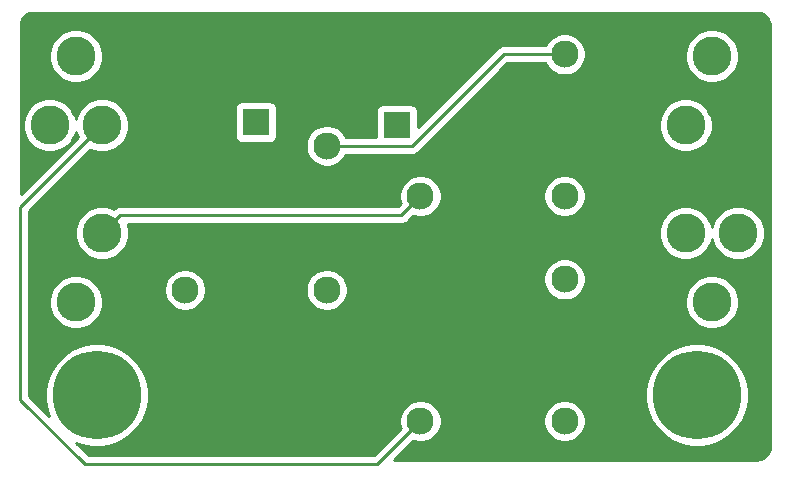
<source format=gbl>
%TF.GenerationSoftware,KiCad,Pcbnew,(5.1.6)-1*%
%TF.CreationDate,2020-12-09T16:37:23-06:00*%
%TF.ProjectId,WiperModule,57697065-724d-46f6-9475-6c652e6b6963,rev?*%
%TF.SameCoordinates,Original*%
%TF.FileFunction,Copper,L2,Bot*%
%TF.FilePolarity,Positive*%
%FSLAX46Y46*%
G04 Gerber Fmt 4.6, Leading zero omitted, Abs format (unit mm)*
G04 Created by KiCad (PCBNEW (5.1.6)-1) date 2020-12-09 16:37:23*
%MOMM*%
%LPD*%
G01*
G04 APERTURE LIST*
%TA.AperFunction,ComponentPad*%
%ADD10C,2.300000*%
%TD*%
%TA.AperFunction,ComponentPad*%
%ADD11R,2.300000X2.300000*%
%TD*%
%TA.AperFunction,WasherPad*%
%ADD12C,3.302000*%
%TD*%
%TA.AperFunction,ComponentPad*%
%ADD13C,3.302000*%
%TD*%
%TA.AperFunction,ComponentPad*%
%ADD14C,7.500000*%
%TD*%
%TA.AperFunction,Conductor*%
%ADD15C,0.250000*%
%TD*%
%TA.AperFunction,Conductor*%
%ADD16C,0.254000*%
%TD*%
G04 APERTURE END LIST*
D10*
X160250000Y-99410000D03*
X160250000Y-111410000D03*
X148050000Y-99410000D03*
X148050000Y-111410000D03*
D11*
X146050000Y-105410000D03*
D10*
X160250000Y-80360000D03*
X160250000Y-92360000D03*
X148050000Y-80360000D03*
X148050000Y-92360000D03*
D11*
X146050000Y-86360000D03*
D10*
X140112000Y-100306000D03*
X128112000Y-100306000D03*
X140112000Y-88106000D03*
X128112000Y-88106000D03*
D11*
X134112000Y-86106000D03*
D12*
X118872000Y-101346000D03*
X118872000Y-80518000D03*
D13*
X121094500Y-86372700D03*
X116649500Y-86372700D03*
X116649500Y-95491300D03*
X121094500Y-95491300D03*
D12*
X172720000Y-80518000D03*
X172720000Y-101346000D03*
D13*
X170497500Y-95491300D03*
X174942500Y-95491300D03*
X174942500Y-86372700D03*
X170497500Y-86372700D03*
D14*
X120650000Y-109220000D03*
X171450000Y-109220000D03*
D15*
X140112000Y-88106000D02*
X140112000Y-87980000D01*
X140112000Y-87980000D02*
X140208000Y-87884000D01*
X140112000Y-88106000D02*
X147352000Y-88106000D01*
X155098000Y-80360000D02*
X160250000Y-80360000D01*
X147352000Y-88106000D02*
X155098000Y-80360000D01*
X148050000Y-92360000D02*
X146430000Y-93980000D01*
X122605800Y-93980000D02*
X121094500Y-95491300D01*
X146430000Y-93980000D02*
X122605800Y-93980000D01*
X114173000Y-93294200D02*
X121094500Y-86372700D01*
X114173000Y-109601000D02*
X114173000Y-93294200D01*
X119634000Y-115062000D02*
X114173000Y-109601000D01*
X148050000Y-111410000D02*
X144398000Y-115062000D01*
X144398000Y-115062000D02*
X119634000Y-115062000D01*
D16*
G36*
X176920765Y-76904388D02*
G01*
X177101260Y-76988555D01*
X177264390Y-77102780D01*
X177405220Y-77243610D01*
X177519445Y-77406740D01*
X177603612Y-77587235D01*
X177655157Y-77779605D01*
X177673000Y-77983548D01*
X177673000Y-113532452D01*
X177655157Y-113736395D01*
X177603612Y-113928765D01*
X177519445Y-114109260D01*
X177405220Y-114272390D01*
X177264390Y-114413220D01*
X177101260Y-114527445D01*
X176920765Y-114611612D01*
X176728395Y-114663157D01*
X176524452Y-114681000D01*
X145853801Y-114681000D01*
X147443819Y-113090982D01*
X147529335Y-113126404D01*
X147874193Y-113195000D01*
X148225807Y-113195000D01*
X148570665Y-113126404D01*
X148895515Y-112991847D01*
X149187871Y-112796500D01*
X149436500Y-112547871D01*
X149631847Y-112255515D01*
X149766404Y-111930665D01*
X149835000Y-111585807D01*
X149835000Y-111234193D01*
X158465000Y-111234193D01*
X158465000Y-111585807D01*
X158533596Y-111930665D01*
X158668153Y-112255515D01*
X158863500Y-112547871D01*
X159112129Y-112796500D01*
X159404485Y-112991847D01*
X159729335Y-113126404D01*
X160074193Y-113195000D01*
X160425807Y-113195000D01*
X160770665Y-113126404D01*
X161095515Y-112991847D01*
X161387871Y-112796500D01*
X161636500Y-112547871D01*
X161831847Y-112255515D01*
X161966404Y-111930665D01*
X162035000Y-111585807D01*
X162035000Y-111234193D01*
X161966404Y-110889335D01*
X161831847Y-110564485D01*
X161636500Y-110272129D01*
X161387871Y-110023500D01*
X161095515Y-109828153D01*
X160770665Y-109693596D01*
X160425807Y-109625000D01*
X160074193Y-109625000D01*
X159729335Y-109693596D01*
X159404485Y-109828153D01*
X159112129Y-110023500D01*
X158863500Y-110272129D01*
X158668153Y-110564485D01*
X158533596Y-110889335D01*
X158465000Y-111234193D01*
X149835000Y-111234193D01*
X149766404Y-110889335D01*
X149631847Y-110564485D01*
X149436500Y-110272129D01*
X149187871Y-110023500D01*
X148895515Y-109828153D01*
X148570665Y-109693596D01*
X148225807Y-109625000D01*
X147874193Y-109625000D01*
X147529335Y-109693596D01*
X147204485Y-109828153D01*
X146912129Y-110023500D01*
X146663500Y-110272129D01*
X146468153Y-110564485D01*
X146333596Y-110889335D01*
X146265000Y-111234193D01*
X146265000Y-111585807D01*
X146333596Y-111930665D01*
X146369018Y-112016181D01*
X144083199Y-114302000D01*
X119948802Y-114302000D01*
X118879886Y-113233084D01*
X119370943Y-113436487D01*
X120218115Y-113605000D01*
X121081885Y-113605000D01*
X121929057Y-113436487D01*
X122727076Y-113105936D01*
X123445274Y-112626052D01*
X124056052Y-112015274D01*
X124535936Y-111297076D01*
X124866487Y-110499057D01*
X125035000Y-109651885D01*
X125035000Y-108788115D01*
X167065000Y-108788115D01*
X167065000Y-109651885D01*
X167233513Y-110499057D01*
X167564064Y-111297076D01*
X168043948Y-112015274D01*
X168654726Y-112626052D01*
X169372924Y-113105936D01*
X170170943Y-113436487D01*
X171018115Y-113605000D01*
X171881885Y-113605000D01*
X172729057Y-113436487D01*
X173527076Y-113105936D01*
X174245274Y-112626052D01*
X174856052Y-112015274D01*
X175335936Y-111297076D01*
X175666487Y-110499057D01*
X175835000Y-109651885D01*
X175835000Y-108788115D01*
X175666487Y-107940943D01*
X175335936Y-107142924D01*
X174856052Y-106424726D01*
X174245274Y-105813948D01*
X173527076Y-105334064D01*
X172729057Y-105003513D01*
X171881885Y-104835000D01*
X171018115Y-104835000D01*
X170170943Y-105003513D01*
X169372924Y-105334064D01*
X168654726Y-105813948D01*
X168043948Y-106424726D01*
X167564064Y-107142924D01*
X167233513Y-107940943D01*
X167065000Y-108788115D01*
X125035000Y-108788115D01*
X124866487Y-107940943D01*
X124535936Y-107142924D01*
X124056052Y-106424726D01*
X123445274Y-105813948D01*
X122727076Y-105334064D01*
X121929057Y-105003513D01*
X121081885Y-104835000D01*
X120218115Y-104835000D01*
X119370943Y-105003513D01*
X118572924Y-105334064D01*
X117854726Y-105813948D01*
X117243948Y-106424726D01*
X116764064Y-107142924D01*
X116433513Y-107940943D01*
X116265000Y-108788115D01*
X116265000Y-109651885D01*
X116433513Y-110499057D01*
X116636916Y-110990115D01*
X114933000Y-109286199D01*
X114933000Y-101120849D01*
X116586000Y-101120849D01*
X116586000Y-101571151D01*
X116673850Y-102012802D01*
X116846173Y-102428827D01*
X117096348Y-102803240D01*
X117414760Y-103121652D01*
X117789173Y-103371827D01*
X118205198Y-103544150D01*
X118646849Y-103632000D01*
X119097151Y-103632000D01*
X119538802Y-103544150D01*
X119954827Y-103371827D01*
X120329240Y-103121652D01*
X120647652Y-102803240D01*
X120897827Y-102428827D01*
X121070150Y-102012802D01*
X121158000Y-101571151D01*
X121158000Y-101120849D01*
X121070150Y-100679198D01*
X120897827Y-100263173D01*
X120808973Y-100130193D01*
X126327000Y-100130193D01*
X126327000Y-100481807D01*
X126395596Y-100826665D01*
X126530153Y-101151515D01*
X126725500Y-101443871D01*
X126974129Y-101692500D01*
X127266485Y-101887847D01*
X127591335Y-102022404D01*
X127936193Y-102091000D01*
X128287807Y-102091000D01*
X128632665Y-102022404D01*
X128957515Y-101887847D01*
X129249871Y-101692500D01*
X129498500Y-101443871D01*
X129693847Y-101151515D01*
X129828404Y-100826665D01*
X129897000Y-100481807D01*
X129897000Y-100130193D01*
X138327000Y-100130193D01*
X138327000Y-100481807D01*
X138395596Y-100826665D01*
X138530153Y-101151515D01*
X138725500Y-101443871D01*
X138974129Y-101692500D01*
X139266485Y-101887847D01*
X139591335Y-102022404D01*
X139936193Y-102091000D01*
X140287807Y-102091000D01*
X140632665Y-102022404D01*
X140957515Y-101887847D01*
X141249871Y-101692500D01*
X141498500Y-101443871D01*
X141693847Y-101151515D01*
X141828404Y-100826665D01*
X141897000Y-100481807D01*
X141897000Y-100130193D01*
X141828404Y-99785335D01*
X141693847Y-99460485D01*
X141542643Y-99234193D01*
X158465000Y-99234193D01*
X158465000Y-99585807D01*
X158533596Y-99930665D01*
X158668153Y-100255515D01*
X158863500Y-100547871D01*
X159112129Y-100796500D01*
X159404485Y-100991847D01*
X159729335Y-101126404D01*
X160074193Y-101195000D01*
X160425807Y-101195000D01*
X160770665Y-101126404D01*
X160784075Y-101120849D01*
X170434000Y-101120849D01*
X170434000Y-101571151D01*
X170521850Y-102012802D01*
X170694173Y-102428827D01*
X170944348Y-102803240D01*
X171262760Y-103121652D01*
X171637173Y-103371827D01*
X172053198Y-103544150D01*
X172494849Y-103632000D01*
X172945151Y-103632000D01*
X173386802Y-103544150D01*
X173802827Y-103371827D01*
X174177240Y-103121652D01*
X174495652Y-102803240D01*
X174745827Y-102428827D01*
X174918150Y-102012802D01*
X175006000Y-101571151D01*
X175006000Y-101120849D01*
X174918150Y-100679198D01*
X174745827Y-100263173D01*
X174495652Y-99888760D01*
X174177240Y-99570348D01*
X173802827Y-99320173D01*
X173386802Y-99147850D01*
X172945151Y-99060000D01*
X172494849Y-99060000D01*
X172053198Y-99147850D01*
X171637173Y-99320173D01*
X171262760Y-99570348D01*
X170944348Y-99888760D01*
X170694173Y-100263173D01*
X170521850Y-100679198D01*
X170434000Y-101120849D01*
X160784075Y-101120849D01*
X161095515Y-100991847D01*
X161387871Y-100796500D01*
X161636500Y-100547871D01*
X161831847Y-100255515D01*
X161966404Y-99930665D01*
X162035000Y-99585807D01*
X162035000Y-99234193D01*
X161966404Y-98889335D01*
X161831847Y-98564485D01*
X161636500Y-98272129D01*
X161387871Y-98023500D01*
X161095515Y-97828153D01*
X160770665Y-97693596D01*
X160425807Y-97625000D01*
X160074193Y-97625000D01*
X159729335Y-97693596D01*
X159404485Y-97828153D01*
X159112129Y-98023500D01*
X158863500Y-98272129D01*
X158668153Y-98564485D01*
X158533596Y-98889335D01*
X158465000Y-99234193D01*
X141542643Y-99234193D01*
X141498500Y-99168129D01*
X141249871Y-98919500D01*
X140957515Y-98724153D01*
X140632665Y-98589596D01*
X140287807Y-98521000D01*
X139936193Y-98521000D01*
X139591335Y-98589596D01*
X139266485Y-98724153D01*
X138974129Y-98919500D01*
X138725500Y-99168129D01*
X138530153Y-99460485D01*
X138395596Y-99785335D01*
X138327000Y-100130193D01*
X129897000Y-100130193D01*
X129828404Y-99785335D01*
X129693847Y-99460485D01*
X129498500Y-99168129D01*
X129249871Y-98919500D01*
X128957515Y-98724153D01*
X128632665Y-98589596D01*
X128287807Y-98521000D01*
X127936193Y-98521000D01*
X127591335Y-98589596D01*
X127266485Y-98724153D01*
X126974129Y-98919500D01*
X126725500Y-99168129D01*
X126530153Y-99460485D01*
X126395596Y-99785335D01*
X126327000Y-100130193D01*
X120808973Y-100130193D01*
X120647652Y-99888760D01*
X120329240Y-99570348D01*
X119954827Y-99320173D01*
X119538802Y-99147850D01*
X119097151Y-99060000D01*
X118646849Y-99060000D01*
X118205198Y-99147850D01*
X117789173Y-99320173D01*
X117414760Y-99570348D01*
X117096348Y-99888760D01*
X116846173Y-100263173D01*
X116673850Y-100679198D01*
X116586000Y-101120849D01*
X114933000Y-101120849D01*
X114933000Y-95266149D01*
X118808500Y-95266149D01*
X118808500Y-95716451D01*
X118896350Y-96158102D01*
X119068673Y-96574127D01*
X119318848Y-96948540D01*
X119637260Y-97266952D01*
X120011673Y-97517127D01*
X120427698Y-97689450D01*
X120869349Y-97777300D01*
X121319651Y-97777300D01*
X121761302Y-97689450D01*
X122177327Y-97517127D01*
X122551740Y-97266952D01*
X122870152Y-96948540D01*
X123120327Y-96574127D01*
X123292650Y-96158102D01*
X123380500Y-95716451D01*
X123380500Y-95266149D01*
X168211500Y-95266149D01*
X168211500Y-95716451D01*
X168299350Y-96158102D01*
X168471673Y-96574127D01*
X168721848Y-96948540D01*
X169040260Y-97266952D01*
X169414673Y-97517127D01*
X169830698Y-97689450D01*
X170272349Y-97777300D01*
X170722651Y-97777300D01*
X171164302Y-97689450D01*
X171580327Y-97517127D01*
X171954740Y-97266952D01*
X172273152Y-96948540D01*
X172523327Y-96574127D01*
X172695650Y-96158102D01*
X172720000Y-96035686D01*
X172744350Y-96158102D01*
X172916673Y-96574127D01*
X173166848Y-96948540D01*
X173485260Y-97266952D01*
X173859673Y-97517127D01*
X174275698Y-97689450D01*
X174717349Y-97777300D01*
X175167651Y-97777300D01*
X175609302Y-97689450D01*
X176025327Y-97517127D01*
X176399740Y-97266952D01*
X176718152Y-96948540D01*
X176968327Y-96574127D01*
X177140650Y-96158102D01*
X177228500Y-95716451D01*
X177228500Y-95266149D01*
X177140650Y-94824498D01*
X176968327Y-94408473D01*
X176718152Y-94034060D01*
X176399740Y-93715648D01*
X176025327Y-93465473D01*
X175609302Y-93293150D01*
X175167651Y-93205300D01*
X174717349Y-93205300D01*
X174275698Y-93293150D01*
X173859673Y-93465473D01*
X173485260Y-93715648D01*
X173166848Y-94034060D01*
X172916673Y-94408473D01*
X172744350Y-94824498D01*
X172720000Y-94946914D01*
X172695650Y-94824498D01*
X172523327Y-94408473D01*
X172273152Y-94034060D01*
X171954740Y-93715648D01*
X171580327Y-93465473D01*
X171164302Y-93293150D01*
X170722651Y-93205300D01*
X170272349Y-93205300D01*
X169830698Y-93293150D01*
X169414673Y-93465473D01*
X169040260Y-93715648D01*
X168721848Y-94034060D01*
X168471673Y-94408473D01*
X168299350Y-94824498D01*
X168211500Y-95266149D01*
X123380500Y-95266149D01*
X123292650Y-94824498D01*
X123257650Y-94740000D01*
X146392678Y-94740000D01*
X146430000Y-94743676D01*
X146467322Y-94740000D01*
X146467333Y-94740000D01*
X146578986Y-94729003D01*
X146722247Y-94685546D01*
X146854276Y-94614974D01*
X146970001Y-94520001D01*
X146993804Y-94490997D01*
X147443819Y-94040982D01*
X147529335Y-94076404D01*
X147874193Y-94145000D01*
X148225807Y-94145000D01*
X148570665Y-94076404D01*
X148895515Y-93941847D01*
X149187871Y-93746500D01*
X149436500Y-93497871D01*
X149631847Y-93205515D01*
X149766404Y-92880665D01*
X149835000Y-92535807D01*
X149835000Y-92184193D01*
X158465000Y-92184193D01*
X158465000Y-92535807D01*
X158533596Y-92880665D01*
X158668153Y-93205515D01*
X158863500Y-93497871D01*
X159112129Y-93746500D01*
X159404485Y-93941847D01*
X159729335Y-94076404D01*
X160074193Y-94145000D01*
X160425807Y-94145000D01*
X160770665Y-94076404D01*
X161095515Y-93941847D01*
X161387871Y-93746500D01*
X161636500Y-93497871D01*
X161831847Y-93205515D01*
X161966404Y-92880665D01*
X162035000Y-92535807D01*
X162035000Y-92184193D01*
X161966404Y-91839335D01*
X161831847Y-91514485D01*
X161636500Y-91222129D01*
X161387871Y-90973500D01*
X161095515Y-90778153D01*
X160770665Y-90643596D01*
X160425807Y-90575000D01*
X160074193Y-90575000D01*
X159729335Y-90643596D01*
X159404485Y-90778153D01*
X159112129Y-90973500D01*
X158863500Y-91222129D01*
X158668153Y-91514485D01*
X158533596Y-91839335D01*
X158465000Y-92184193D01*
X149835000Y-92184193D01*
X149766404Y-91839335D01*
X149631847Y-91514485D01*
X149436500Y-91222129D01*
X149187871Y-90973500D01*
X148895515Y-90778153D01*
X148570665Y-90643596D01*
X148225807Y-90575000D01*
X147874193Y-90575000D01*
X147529335Y-90643596D01*
X147204485Y-90778153D01*
X146912129Y-90973500D01*
X146663500Y-91222129D01*
X146468153Y-91514485D01*
X146333596Y-91839335D01*
X146265000Y-92184193D01*
X146265000Y-92535807D01*
X146333596Y-92880665D01*
X146369018Y-92966181D01*
X146115199Y-93220000D01*
X122643123Y-93220000D01*
X122605800Y-93216324D01*
X122568477Y-93220000D01*
X122568467Y-93220000D01*
X122456814Y-93230997D01*
X122313553Y-93274454D01*
X122181523Y-93345026D01*
X122097883Y-93413668D01*
X122082580Y-93426227D01*
X121761302Y-93293150D01*
X121319651Y-93205300D01*
X120869349Y-93205300D01*
X120427698Y-93293150D01*
X120011673Y-93465473D01*
X119637260Y-93715648D01*
X119318848Y-94034060D01*
X119068673Y-94408473D01*
X118896350Y-94824498D01*
X118808500Y-95266149D01*
X114933000Y-95266149D01*
X114933000Y-93609001D01*
X120104871Y-88437131D01*
X120427698Y-88570850D01*
X120869349Y-88658700D01*
X121319651Y-88658700D01*
X121761302Y-88570850D01*
X122177327Y-88398527D01*
X122551740Y-88148352D01*
X122769899Y-87930193D01*
X138327000Y-87930193D01*
X138327000Y-88281807D01*
X138395596Y-88626665D01*
X138530153Y-88951515D01*
X138725500Y-89243871D01*
X138974129Y-89492500D01*
X139266485Y-89687847D01*
X139591335Y-89822404D01*
X139936193Y-89891000D01*
X140287807Y-89891000D01*
X140632665Y-89822404D01*
X140957515Y-89687847D01*
X141249871Y-89492500D01*
X141498500Y-89243871D01*
X141693847Y-88951515D01*
X141729268Y-88866000D01*
X147314678Y-88866000D01*
X147352000Y-88869676D01*
X147389322Y-88866000D01*
X147389333Y-88866000D01*
X147500986Y-88855003D01*
X147644247Y-88811546D01*
X147776276Y-88740974D01*
X147892001Y-88646001D01*
X147915804Y-88616997D01*
X150385252Y-86147549D01*
X168211500Y-86147549D01*
X168211500Y-86597851D01*
X168299350Y-87039502D01*
X168471673Y-87455527D01*
X168721848Y-87829940D01*
X169040260Y-88148352D01*
X169414673Y-88398527D01*
X169830698Y-88570850D01*
X170272349Y-88658700D01*
X170722651Y-88658700D01*
X171164302Y-88570850D01*
X171580327Y-88398527D01*
X171954740Y-88148352D01*
X172273152Y-87829940D01*
X172523327Y-87455527D01*
X172695650Y-87039502D01*
X172783500Y-86597851D01*
X172783500Y-86147549D01*
X172695650Y-85705898D01*
X172523327Y-85289873D01*
X172273152Y-84915460D01*
X171954740Y-84597048D01*
X171580327Y-84346873D01*
X171164302Y-84174550D01*
X170722651Y-84086700D01*
X170272349Y-84086700D01*
X169830698Y-84174550D01*
X169414673Y-84346873D01*
X169040260Y-84597048D01*
X168721848Y-84915460D01*
X168471673Y-85289873D01*
X168299350Y-85705898D01*
X168211500Y-86147549D01*
X150385252Y-86147549D01*
X155412802Y-81120000D01*
X158632732Y-81120000D01*
X158668153Y-81205515D01*
X158863500Y-81497871D01*
X159112129Y-81746500D01*
X159404485Y-81941847D01*
X159729335Y-82076404D01*
X160074193Y-82145000D01*
X160425807Y-82145000D01*
X160770665Y-82076404D01*
X161095515Y-81941847D01*
X161387871Y-81746500D01*
X161636500Y-81497871D01*
X161831847Y-81205515D01*
X161966404Y-80880665D01*
X162035000Y-80535807D01*
X162035000Y-80292849D01*
X170434000Y-80292849D01*
X170434000Y-80743151D01*
X170521850Y-81184802D01*
X170694173Y-81600827D01*
X170944348Y-81975240D01*
X171262760Y-82293652D01*
X171637173Y-82543827D01*
X172053198Y-82716150D01*
X172494849Y-82804000D01*
X172945151Y-82804000D01*
X173386802Y-82716150D01*
X173802827Y-82543827D01*
X174177240Y-82293652D01*
X174495652Y-81975240D01*
X174745827Y-81600827D01*
X174918150Y-81184802D01*
X175006000Y-80743151D01*
X175006000Y-80292849D01*
X174918150Y-79851198D01*
X174745827Y-79435173D01*
X174495652Y-79060760D01*
X174177240Y-78742348D01*
X173802827Y-78492173D01*
X173386802Y-78319850D01*
X172945151Y-78232000D01*
X172494849Y-78232000D01*
X172053198Y-78319850D01*
X171637173Y-78492173D01*
X171262760Y-78742348D01*
X170944348Y-79060760D01*
X170694173Y-79435173D01*
X170521850Y-79851198D01*
X170434000Y-80292849D01*
X162035000Y-80292849D01*
X162035000Y-80184193D01*
X161966404Y-79839335D01*
X161831847Y-79514485D01*
X161636500Y-79222129D01*
X161387871Y-78973500D01*
X161095515Y-78778153D01*
X160770665Y-78643596D01*
X160425807Y-78575000D01*
X160074193Y-78575000D01*
X159729335Y-78643596D01*
X159404485Y-78778153D01*
X159112129Y-78973500D01*
X158863500Y-79222129D01*
X158668153Y-79514485D01*
X158632732Y-79600000D01*
X155135322Y-79600000D01*
X155097999Y-79596324D01*
X155060676Y-79600000D01*
X155060667Y-79600000D01*
X154949014Y-79610997D01*
X154805753Y-79654454D01*
X154673724Y-79725026D01*
X154557999Y-79819999D01*
X154534201Y-79848997D01*
X147838072Y-86545127D01*
X147838072Y-85210000D01*
X147825812Y-85085518D01*
X147789502Y-84965820D01*
X147730537Y-84855506D01*
X147651185Y-84758815D01*
X147554494Y-84679463D01*
X147444180Y-84620498D01*
X147324482Y-84584188D01*
X147200000Y-84571928D01*
X144900000Y-84571928D01*
X144775518Y-84584188D01*
X144655820Y-84620498D01*
X144545506Y-84679463D01*
X144448815Y-84758815D01*
X144369463Y-84855506D01*
X144310498Y-84965820D01*
X144274188Y-85085518D01*
X144261928Y-85210000D01*
X144261928Y-87346000D01*
X141729268Y-87346000D01*
X141693847Y-87260485D01*
X141498500Y-86968129D01*
X141249871Y-86719500D01*
X140957515Y-86524153D01*
X140632665Y-86389596D01*
X140287807Y-86321000D01*
X139936193Y-86321000D01*
X139591335Y-86389596D01*
X139266485Y-86524153D01*
X138974129Y-86719500D01*
X138725500Y-86968129D01*
X138530153Y-87260485D01*
X138395596Y-87585335D01*
X138327000Y-87930193D01*
X122769899Y-87930193D01*
X122870152Y-87829940D01*
X123120327Y-87455527D01*
X123292650Y-87039502D01*
X123380500Y-86597851D01*
X123380500Y-86147549D01*
X123292650Y-85705898D01*
X123120327Y-85289873D01*
X122897240Y-84956000D01*
X132323928Y-84956000D01*
X132323928Y-87256000D01*
X132336188Y-87380482D01*
X132372498Y-87500180D01*
X132431463Y-87610494D01*
X132510815Y-87707185D01*
X132607506Y-87786537D01*
X132717820Y-87845502D01*
X132837518Y-87881812D01*
X132962000Y-87894072D01*
X135262000Y-87894072D01*
X135386482Y-87881812D01*
X135506180Y-87845502D01*
X135616494Y-87786537D01*
X135713185Y-87707185D01*
X135792537Y-87610494D01*
X135851502Y-87500180D01*
X135887812Y-87380482D01*
X135900072Y-87256000D01*
X135900072Y-84956000D01*
X135887812Y-84831518D01*
X135851502Y-84711820D01*
X135792537Y-84601506D01*
X135713185Y-84504815D01*
X135616494Y-84425463D01*
X135506180Y-84366498D01*
X135386482Y-84330188D01*
X135262000Y-84317928D01*
X132962000Y-84317928D01*
X132837518Y-84330188D01*
X132717820Y-84366498D01*
X132607506Y-84425463D01*
X132510815Y-84504815D01*
X132431463Y-84601506D01*
X132372498Y-84711820D01*
X132336188Y-84831518D01*
X132323928Y-84956000D01*
X122897240Y-84956000D01*
X122870152Y-84915460D01*
X122551740Y-84597048D01*
X122177327Y-84346873D01*
X121761302Y-84174550D01*
X121319651Y-84086700D01*
X120869349Y-84086700D01*
X120427698Y-84174550D01*
X120011673Y-84346873D01*
X119637260Y-84597048D01*
X119318848Y-84915460D01*
X119068673Y-85289873D01*
X118896350Y-85705898D01*
X118872000Y-85828314D01*
X118847650Y-85705898D01*
X118675327Y-85289873D01*
X118425152Y-84915460D01*
X118106740Y-84597048D01*
X117732327Y-84346873D01*
X117316302Y-84174550D01*
X116874651Y-84086700D01*
X116424349Y-84086700D01*
X115982698Y-84174550D01*
X115566673Y-84346873D01*
X115192260Y-84597048D01*
X114873848Y-84915460D01*
X114623673Y-85289873D01*
X114451350Y-85705898D01*
X114363500Y-86147549D01*
X114363500Y-86597851D01*
X114451350Y-87039502D01*
X114623673Y-87455527D01*
X114873848Y-87829940D01*
X115192260Y-88148352D01*
X115566673Y-88398527D01*
X115982698Y-88570850D01*
X116424349Y-88658700D01*
X116874651Y-88658700D01*
X117316302Y-88570850D01*
X117732327Y-88398527D01*
X118106740Y-88148352D01*
X118425152Y-87829940D01*
X118675327Y-87455527D01*
X118847650Y-87039502D01*
X118872000Y-86917086D01*
X118896350Y-87039502D01*
X119030069Y-87362329D01*
X114198000Y-92194399D01*
X114198000Y-80292849D01*
X116586000Y-80292849D01*
X116586000Y-80743151D01*
X116673850Y-81184802D01*
X116846173Y-81600827D01*
X117096348Y-81975240D01*
X117414760Y-82293652D01*
X117789173Y-82543827D01*
X118205198Y-82716150D01*
X118646849Y-82804000D01*
X119097151Y-82804000D01*
X119538802Y-82716150D01*
X119954827Y-82543827D01*
X120329240Y-82293652D01*
X120647652Y-81975240D01*
X120897827Y-81600827D01*
X121070150Y-81184802D01*
X121158000Y-80743151D01*
X121158000Y-80292849D01*
X121070150Y-79851198D01*
X120897827Y-79435173D01*
X120647652Y-79060760D01*
X120329240Y-78742348D01*
X119954827Y-78492173D01*
X119538802Y-78319850D01*
X119097151Y-78232000D01*
X118646849Y-78232000D01*
X118205198Y-78319850D01*
X117789173Y-78492173D01*
X117414760Y-78742348D01*
X117096348Y-79060760D01*
X116846173Y-79435173D01*
X116673850Y-79851198D01*
X116586000Y-80292849D01*
X114198000Y-80292849D01*
X114198000Y-77752895D01*
X114242388Y-77587235D01*
X114326555Y-77406740D01*
X114440780Y-77243610D01*
X114581610Y-77102780D01*
X114744740Y-76988555D01*
X114925235Y-76904388D01*
X115090895Y-76860000D01*
X176755105Y-76860000D01*
X176920765Y-76904388D01*
G37*
X176920765Y-76904388D02*
X177101260Y-76988555D01*
X177264390Y-77102780D01*
X177405220Y-77243610D01*
X177519445Y-77406740D01*
X177603612Y-77587235D01*
X177655157Y-77779605D01*
X177673000Y-77983548D01*
X177673000Y-113532452D01*
X177655157Y-113736395D01*
X177603612Y-113928765D01*
X177519445Y-114109260D01*
X177405220Y-114272390D01*
X177264390Y-114413220D01*
X177101260Y-114527445D01*
X176920765Y-114611612D01*
X176728395Y-114663157D01*
X176524452Y-114681000D01*
X145853801Y-114681000D01*
X147443819Y-113090982D01*
X147529335Y-113126404D01*
X147874193Y-113195000D01*
X148225807Y-113195000D01*
X148570665Y-113126404D01*
X148895515Y-112991847D01*
X149187871Y-112796500D01*
X149436500Y-112547871D01*
X149631847Y-112255515D01*
X149766404Y-111930665D01*
X149835000Y-111585807D01*
X149835000Y-111234193D01*
X158465000Y-111234193D01*
X158465000Y-111585807D01*
X158533596Y-111930665D01*
X158668153Y-112255515D01*
X158863500Y-112547871D01*
X159112129Y-112796500D01*
X159404485Y-112991847D01*
X159729335Y-113126404D01*
X160074193Y-113195000D01*
X160425807Y-113195000D01*
X160770665Y-113126404D01*
X161095515Y-112991847D01*
X161387871Y-112796500D01*
X161636500Y-112547871D01*
X161831847Y-112255515D01*
X161966404Y-111930665D01*
X162035000Y-111585807D01*
X162035000Y-111234193D01*
X161966404Y-110889335D01*
X161831847Y-110564485D01*
X161636500Y-110272129D01*
X161387871Y-110023500D01*
X161095515Y-109828153D01*
X160770665Y-109693596D01*
X160425807Y-109625000D01*
X160074193Y-109625000D01*
X159729335Y-109693596D01*
X159404485Y-109828153D01*
X159112129Y-110023500D01*
X158863500Y-110272129D01*
X158668153Y-110564485D01*
X158533596Y-110889335D01*
X158465000Y-111234193D01*
X149835000Y-111234193D01*
X149766404Y-110889335D01*
X149631847Y-110564485D01*
X149436500Y-110272129D01*
X149187871Y-110023500D01*
X148895515Y-109828153D01*
X148570665Y-109693596D01*
X148225807Y-109625000D01*
X147874193Y-109625000D01*
X147529335Y-109693596D01*
X147204485Y-109828153D01*
X146912129Y-110023500D01*
X146663500Y-110272129D01*
X146468153Y-110564485D01*
X146333596Y-110889335D01*
X146265000Y-111234193D01*
X146265000Y-111585807D01*
X146333596Y-111930665D01*
X146369018Y-112016181D01*
X144083199Y-114302000D01*
X119948802Y-114302000D01*
X118879886Y-113233084D01*
X119370943Y-113436487D01*
X120218115Y-113605000D01*
X121081885Y-113605000D01*
X121929057Y-113436487D01*
X122727076Y-113105936D01*
X123445274Y-112626052D01*
X124056052Y-112015274D01*
X124535936Y-111297076D01*
X124866487Y-110499057D01*
X125035000Y-109651885D01*
X125035000Y-108788115D01*
X167065000Y-108788115D01*
X167065000Y-109651885D01*
X167233513Y-110499057D01*
X167564064Y-111297076D01*
X168043948Y-112015274D01*
X168654726Y-112626052D01*
X169372924Y-113105936D01*
X170170943Y-113436487D01*
X171018115Y-113605000D01*
X171881885Y-113605000D01*
X172729057Y-113436487D01*
X173527076Y-113105936D01*
X174245274Y-112626052D01*
X174856052Y-112015274D01*
X175335936Y-111297076D01*
X175666487Y-110499057D01*
X175835000Y-109651885D01*
X175835000Y-108788115D01*
X175666487Y-107940943D01*
X175335936Y-107142924D01*
X174856052Y-106424726D01*
X174245274Y-105813948D01*
X173527076Y-105334064D01*
X172729057Y-105003513D01*
X171881885Y-104835000D01*
X171018115Y-104835000D01*
X170170943Y-105003513D01*
X169372924Y-105334064D01*
X168654726Y-105813948D01*
X168043948Y-106424726D01*
X167564064Y-107142924D01*
X167233513Y-107940943D01*
X167065000Y-108788115D01*
X125035000Y-108788115D01*
X124866487Y-107940943D01*
X124535936Y-107142924D01*
X124056052Y-106424726D01*
X123445274Y-105813948D01*
X122727076Y-105334064D01*
X121929057Y-105003513D01*
X121081885Y-104835000D01*
X120218115Y-104835000D01*
X119370943Y-105003513D01*
X118572924Y-105334064D01*
X117854726Y-105813948D01*
X117243948Y-106424726D01*
X116764064Y-107142924D01*
X116433513Y-107940943D01*
X116265000Y-108788115D01*
X116265000Y-109651885D01*
X116433513Y-110499057D01*
X116636916Y-110990115D01*
X114933000Y-109286199D01*
X114933000Y-101120849D01*
X116586000Y-101120849D01*
X116586000Y-101571151D01*
X116673850Y-102012802D01*
X116846173Y-102428827D01*
X117096348Y-102803240D01*
X117414760Y-103121652D01*
X117789173Y-103371827D01*
X118205198Y-103544150D01*
X118646849Y-103632000D01*
X119097151Y-103632000D01*
X119538802Y-103544150D01*
X119954827Y-103371827D01*
X120329240Y-103121652D01*
X120647652Y-102803240D01*
X120897827Y-102428827D01*
X121070150Y-102012802D01*
X121158000Y-101571151D01*
X121158000Y-101120849D01*
X121070150Y-100679198D01*
X120897827Y-100263173D01*
X120808973Y-100130193D01*
X126327000Y-100130193D01*
X126327000Y-100481807D01*
X126395596Y-100826665D01*
X126530153Y-101151515D01*
X126725500Y-101443871D01*
X126974129Y-101692500D01*
X127266485Y-101887847D01*
X127591335Y-102022404D01*
X127936193Y-102091000D01*
X128287807Y-102091000D01*
X128632665Y-102022404D01*
X128957515Y-101887847D01*
X129249871Y-101692500D01*
X129498500Y-101443871D01*
X129693847Y-101151515D01*
X129828404Y-100826665D01*
X129897000Y-100481807D01*
X129897000Y-100130193D01*
X138327000Y-100130193D01*
X138327000Y-100481807D01*
X138395596Y-100826665D01*
X138530153Y-101151515D01*
X138725500Y-101443871D01*
X138974129Y-101692500D01*
X139266485Y-101887847D01*
X139591335Y-102022404D01*
X139936193Y-102091000D01*
X140287807Y-102091000D01*
X140632665Y-102022404D01*
X140957515Y-101887847D01*
X141249871Y-101692500D01*
X141498500Y-101443871D01*
X141693847Y-101151515D01*
X141828404Y-100826665D01*
X141897000Y-100481807D01*
X141897000Y-100130193D01*
X141828404Y-99785335D01*
X141693847Y-99460485D01*
X141542643Y-99234193D01*
X158465000Y-99234193D01*
X158465000Y-99585807D01*
X158533596Y-99930665D01*
X158668153Y-100255515D01*
X158863500Y-100547871D01*
X159112129Y-100796500D01*
X159404485Y-100991847D01*
X159729335Y-101126404D01*
X160074193Y-101195000D01*
X160425807Y-101195000D01*
X160770665Y-101126404D01*
X160784075Y-101120849D01*
X170434000Y-101120849D01*
X170434000Y-101571151D01*
X170521850Y-102012802D01*
X170694173Y-102428827D01*
X170944348Y-102803240D01*
X171262760Y-103121652D01*
X171637173Y-103371827D01*
X172053198Y-103544150D01*
X172494849Y-103632000D01*
X172945151Y-103632000D01*
X173386802Y-103544150D01*
X173802827Y-103371827D01*
X174177240Y-103121652D01*
X174495652Y-102803240D01*
X174745827Y-102428827D01*
X174918150Y-102012802D01*
X175006000Y-101571151D01*
X175006000Y-101120849D01*
X174918150Y-100679198D01*
X174745827Y-100263173D01*
X174495652Y-99888760D01*
X174177240Y-99570348D01*
X173802827Y-99320173D01*
X173386802Y-99147850D01*
X172945151Y-99060000D01*
X172494849Y-99060000D01*
X172053198Y-99147850D01*
X171637173Y-99320173D01*
X171262760Y-99570348D01*
X170944348Y-99888760D01*
X170694173Y-100263173D01*
X170521850Y-100679198D01*
X170434000Y-101120849D01*
X160784075Y-101120849D01*
X161095515Y-100991847D01*
X161387871Y-100796500D01*
X161636500Y-100547871D01*
X161831847Y-100255515D01*
X161966404Y-99930665D01*
X162035000Y-99585807D01*
X162035000Y-99234193D01*
X161966404Y-98889335D01*
X161831847Y-98564485D01*
X161636500Y-98272129D01*
X161387871Y-98023500D01*
X161095515Y-97828153D01*
X160770665Y-97693596D01*
X160425807Y-97625000D01*
X160074193Y-97625000D01*
X159729335Y-97693596D01*
X159404485Y-97828153D01*
X159112129Y-98023500D01*
X158863500Y-98272129D01*
X158668153Y-98564485D01*
X158533596Y-98889335D01*
X158465000Y-99234193D01*
X141542643Y-99234193D01*
X141498500Y-99168129D01*
X141249871Y-98919500D01*
X140957515Y-98724153D01*
X140632665Y-98589596D01*
X140287807Y-98521000D01*
X139936193Y-98521000D01*
X139591335Y-98589596D01*
X139266485Y-98724153D01*
X138974129Y-98919500D01*
X138725500Y-99168129D01*
X138530153Y-99460485D01*
X138395596Y-99785335D01*
X138327000Y-100130193D01*
X129897000Y-100130193D01*
X129828404Y-99785335D01*
X129693847Y-99460485D01*
X129498500Y-99168129D01*
X129249871Y-98919500D01*
X128957515Y-98724153D01*
X128632665Y-98589596D01*
X128287807Y-98521000D01*
X127936193Y-98521000D01*
X127591335Y-98589596D01*
X127266485Y-98724153D01*
X126974129Y-98919500D01*
X126725500Y-99168129D01*
X126530153Y-99460485D01*
X126395596Y-99785335D01*
X126327000Y-100130193D01*
X120808973Y-100130193D01*
X120647652Y-99888760D01*
X120329240Y-99570348D01*
X119954827Y-99320173D01*
X119538802Y-99147850D01*
X119097151Y-99060000D01*
X118646849Y-99060000D01*
X118205198Y-99147850D01*
X117789173Y-99320173D01*
X117414760Y-99570348D01*
X117096348Y-99888760D01*
X116846173Y-100263173D01*
X116673850Y-100679198D01*
X116586000Y-101120849D01*
X114933000Y-101120849D01*
X114933000Y-95266149D01*
X118808500Y-95266149D01*
X118808500Y-95716451D01*
X118896350Y-96158102D01*
X119068673Y-96574127D01*
X119318848Y-96948540D01*
X119637260Y-97266952D01*
X120011673Y-97517127D01*
X120427698Y-97689450D01*
X120869349Y-97777300D01*
X121319651Y-97777300D01*
X121761302Y-97689450D01*
X122177327Y-97517127D01*
X122551740Y-97266952D01*
X122870152Y-96948540D01*
X123120327Y-96574127D01*
X123292650Y-96158102D01*
X123380500Y-95716451D01*
X123380500Y-95266149D01*
X168211500Y-95266149D01*
X168211500Y-95716451D01*
X168299350Y-96158102D01*
X168471673Y-96574127D01*
X168721848Y-96948540D01*
X169040260Y-97266952D01*
X169414673Y-97517127D01*
X169830698Y-97689450D01*
X170272349Y-97777300D01*
X170722651Y-97777300D01*
X171164302Y-97689450D01*
X171580327Y-97517127D01*
X171954740Y-97266952D01*
X172273152Y-96948540D01*
X172523327Y-96574127D01*
X172695650Y-96158102D01*
X172720000Y-96035686D01*
X172744350Y-96158102D01*
X172916673Y-96574127D01*
X173166848Y-96948540D01*
X173485260Y-97266952D01*
X173859673Y-97517127D01*
X174275698Y-97689450D01*
X174717349Y-97777300D01*
X175167651Y-97777300D01*
X175609302Y-97689450D01*
X176025327Y-97517127D01*
X176399740Y-97266952D01*
X176718152Y-96948540D01*
X176968327Y-96574127D01*
X177140650Y-96158102D01*
X177228500Y-95716451D01*
X177228500Y-95266149D01*
X177140650Y-94824498D01*
X176968327Y-94408473D01*
X176718152Y-94034060D01*
X176399740Y-93715648D01*
X176025327Y-93465473D01*
X175609302Y-93293150D01*
X175167651Y-93205300D01*
X174717349Y-93205300D01*
X174275698Y-93293150D01*
X173859673Y-93465473D01*
X173485260Y-93715648D01*
X173166848Y-94034060D01*
X172916673Y-94408473D01*
X172744350Y-94824498D01*
X172720000Y-94946914D01*
X172695650Y-94824498D01*
X172523327Y-94408473D01*
X172273152Y-94034060D01*
X171954740Y-93715648D01*
X171580327Y-93465473D01*
X171164302Y-93293150D01*
X170722651Y-93205300D01*
X170272349Y-93205300D01*
X169830698Y-93293150D01*
X169414673Y-93465473D01*
X169040260Y-93715648D01*
X168721848Y-94034060D01*
X168471673Y-94408473D01*
X168299350Y-94824498D01*
X168211500Y-95266149D01*
X123380500Y-95266149D01*
X123292650Y-94824498D01*
X123257650Y-94740000D01*
X146392678Y-94740000D01*
X146430000Y-94743676D01*
X146467322Y-94740000D01*
X146467333Y-94740000D01*
X146578986Y-94729003D01*
X146722247Y-94685546D01*
X146854276Y-94614974D01*
X146970001Y-94520001D01*
X146993804Y-94490997D01*
X147443819Y-94040982D01*
X147529335Y-94076404D01*
X147874193Y-94145000D01*
X148225807Y-94145000D01*
X148570665Y-94076404D01*
X148895515Y-93941847D01*
X149187871Y-93746500D01*
X149436500Y-93497871D01*
X149631847Y-93205515D01*
X149766404Y-92880665D01*
X149835000Y-92535807D01*
X149835000Y-92184193D01*
X158465000Y-92184193D01*
X158465000Y-92535807D01*
X158533596Y-92880665D01*
X158668153Y-93205515D01*
X158863500Y-93497871D01*
X159112129Y-93746500D01*
X159404485Y-93941847D01*
X159729335Y-94076404D01*
X160074193Y-94145000D01*
X160425807Y-94145000D01*
X160770665Y-94076404D01*
X161095515Y-93941847D01*
X161387871Y-93746500D01*
X161636500Y-93497871D01*
X161831847Y-93205515D01*
X161966404Y-92880665D01*
X162035000Y-92535807D01*
X162035000Y-92184193D01*
X161966404Y-91839335D01*
X161831847Y-91514485D01*
X161636500Y-91222129D01*
X161387871Y-90973500D01*
X161095515Y-90778153D01*
X160770665Y-90643596D01*
X160425807Y-90575000D01*
X160074193Y-90575000D01*
X159729335Y-90643596D01*
X159404485Y-90778153D01*
X159112129Y-90973500D01*
X158863500Y-91222129D01*
X158668153Y-91514485D01*
X158533596Y-91839335D01*
X158465000Y-92184193D01*
X149835000Y-92184193D01*
X149766404Y-91839335D01*
X149631847Y-91514485D01*
X149436500Y-91222129D01*
X149187871Y-90973500D01*
X148895515Y-90778153D01*
X148570665Y-90643596D01*
X148225807Y-90575000D01*
X147874193Y-90575000D01*
X147529335Y-90643596D01*
X147204485Y-90778153D01*
X146912129Y-90973500D01*
X146663500Y-91222129D01*
X146468153Y-91514485D01*
X146333596Y-91839335D01*
X146265000Y-92184193D01*
X146265000Y-92535807D01*
X146333596Y-92880665D01*
X146369018Y-92966181D01*
X146115199Y-93220000D01*
X122643123Y-93220000D01*
X122605800Y-93216324D01*
X122568477Y-93220000D01*
X122568467Y-93220000D01*
X122456814Y-93230997D01*
X122313553Y-93274454D01*
X122181523Y-93345026D01*
X122097883Y-93413668D01*
X122082580Y-93426227D01*
X121761302Y-93293150D01*
X121319651Y-93205300D01*
X120869349Y-93205300D01*
X120427698Y-93293150D01*
X120011673Y-93465473D01*
X119637260Y-93715648D01*
X119318848Y-94034060D01*
X119068673Y-94408473D01*
X118896350Y-94824498D01*
X118808500Y-95266149D01*
X114933000Y-95266149D01*
X114933000Y-93609001D01*
X120104871Y-88437131D01*
X120427698Y-88570850D01*
X120869349Y-88658700D01*
X121319651Y-88658700D01*
X121761302Y-88570850D01*
X122177327Y-88398527D01*
X122551740Y-88148352D01*
X122769899Y-87930193D01*
X138327000Y-87930193D01*
X138327000Y-88281807D01*
X138395596Y-88626665D01*
X138530153Y-88951515D01*
X138725500Y-89243871D01*
X138974129Y-89492500D01*
X139266485Y-89687847D01*
X139591335Y-89822404D01*
X139936193Y-89891000D01*
X140287807Y-89891000D01*
X140632665Y-89822404D01*
X140957515Y-89687847D01*
X141249871Y-89492500D01*
X141498500Y-89243871D01*
X141693847Y-88951515D01*
X141729268Y-88866000D01*
X147314678Y-88866000D01*
X147352000Y-88869676D01*
X147389322Y-88866000D01*
X147389333Y-88866000D01*
X147500986Y-88855003D01*
X147644247Y-88811546D01*
X147776276Y-88740974D01*
X147892001Y-88646001D01*
X147915804Y-88616997D01*
X150385252Y-86147549D01*
X168211500Y-86147549D01*
X168211500Y-86597851D01*
X168299350Y-87039502D01*
X168471673Y-87455527D01*
X168721848Y-87829940D01*
X169040260Y-88148352D01*
X169414673Y-88398527D01*
X169830698Y-88570850D01*
X170272349Y-88658700D01*
X170722651Y-88658700D01*
X171164302Y-88570850D01*
X171580327Y-88398527D01*
X171954740Y-88148352D01*
X172273152Y-87829940D01*
X172523327Y-87455527D01*
X172695650Y-87039502D01*
X172783500Y-86597851D01*
X172783500Y-86147549D01*
X172695650Y-85705898D01*
X172523327Y-85289873D01*
X172273152Y-84915460D01*
X171954740Y-84597048D01*
X171580327Y-84346873D01*
X171164302Y-84174550D01*
X170722651Y-84086700D01*
X170272349Y-84086700D01*
X169830698Y-84174550D01*
X169414673Y-84346873D01*
X169040260Y-84597048D01*
X168721848Y-84915460D01*
X168471673Y-85289873D01*
X168299350Y-85705898D01*
X168211500Y-86147549D01*
X150385252Y-86147549D01*
X155412802Y-81120000D01*
X158632732Y-81120000D01*
X158668153Y-81205515D01*
X158863500Y-81497871D01*
X159112129Y-81746500D01*
X159404485Y-81941847D01*
X159729335Y-82076404D01*
X160074193Y-82145000D01*
X160425807Y-82145000D01*
X160770665Y-82076404D01*
X161095515Y-81941847D01*
X161387871Y-81746500D01*
X161636500Y-81497871D01*
X161831847Y-81205515D01*
X161966404Y-80880665D01*
X162035000Y-80535807D01*
X162035000Y-80292849D01*
X170434000Y-80292849D01*
X170434000Y-80743151D01*
X170521850Y-81184802D01*
X170694173Y-81600827D01*
X170944348Y-81975240D01*
X171262760Y-82293652D01*
X171637173Y-82543827D01*
X172053198Y-82716150D01*
X172494849Y-82804000D01*
X172945151Y-82804000D01*
X173386802Y-82716150D01*
X173802827Y-82543827D01*
X174177240Y-82293652D01*
X174495652Y-81975240D01*
X174745827Y-81600827D01*
X174918150Y-81184802D01*
X175006000Y-80743151D01*
X175006000Y-80292849D01*
X174918150Y-79851198D01*
X174745827Y-79435173D01*
X174495652Y-79060760D01*
X174177240Y-78742348D01*
X173802827Y-78492173D01*
X173386802Y-78319850D01*
X172945151Y-78232000D01*
X172494849Y-78232000D01*
X172053198Y-78319850D01*
X171637173Y-78492173D01*
X171262760Y-78742348D01*
X170944348Y-79060760D01*
X170694173Y-79435173D01*
X170521850Y-79851198D01*
X170434000Y-80292849D01*
X162035000Y-80292849D01*
X162035000Y-80184193D01*
X161966404Y-79839335D01*
X161831847Y-79514485D01*
X161636500Y-79222129D01*
X161387871Y-78973500D01*
X161095515Y-78778153D01*
X160770665Y-78643596D01*
X160425807Y-78575000D01*
X160074193Y-78575000D01*
X159729335Y-78643596D01*
X159404485Y-78778153D01*
X159112129Y-78973500D01*
X158863500Y-79222129D01*
X158668153Y-79514485D01*
X158632732Y-79600000D01*
X155135322Y-79600000D01*
X155097999Y-79596324D01*
X155060676Y-79600000D01*
X155060667Y-79600000D01*
X154949014Y-79610997D01*
X154805753Y-79654454D01*
X154673724Y-79725026D01*
X154557999Y-79819999D01*
X154534201Y-79848997D01*
X147838072Y-86545127D01*
X147838072Y-85210000D01*
X147825812Y-85085518D01*
X147789502Y-84965820D01*
X147730537Y-84855506D01*
X147651185Y-84758815D01*
X147554494Y-84679463D01*
X147444180Y-84620498D01*
X147324482Y-84584188D01*
X147200000Y-84571928D01*
X144900000Y-84571928D01*
X144775518Y-84584188D01*
X144655820Y-84620498D01*
X144545506Y-84679463D01*
X144448815Y-84758815D01*
X144369463Y-84855506D01*
X144310498Y-84965820D01*
X144274188Y-85085518D01*
X144261928Y-85210000D01*
X144261928Y-87346000D01*
X141729268Y-87346000D01*
X141693847Y-87260485D01*
X141498500Y-86968129D01*
X141249871Y-86719500D01*
X140957515Y-86524153D01*
X140632665Y-86389596D01*
X140287807Y-86321000D01*
X139936193Y-86321000D01*
X139591335Y-86389596D01*
X139266485Y-86524153D01*
X138974129Y-86719500D01*
X138725500Y-86968129D01*
X138530153Y-87260485D01*
X138395596Y-87585335D01*
X138327000Y-87930193D01*
X122769899Y-87930193D01*
X122870152Y-87829940D01*
X123120327Y-87455527D01*
X123292650Y-87039502D01*
X123380500Y-86597851D01*
X123380500Y-86147549D01*
X123292650Y-85705898D01*
X123120327Y-85289873D01*
X122897240Y-84956000D01*
X132323928Y-84956000D01*
X132323928Y-87256000D01*
X132336188Y-87380482D01*
X132372498Y-87500180D01*
X132431463Y-87610494D01*
X132510815Y-87707185D01*
X132607506Y-87786537D01*
X132717820Y-87845502D01*
X132837518Y-87881812D01*
X132962000Y-87894072D01*
X135262000Y-87894072D01*
X135386482Y-87881812D01*
X135506180Y-87845502D01*
X135616494Y-87786537D01*
X135713185Y-87707185D01*
X135792537Y-87610494D01*
X135851502Y-87500180D01*
X135887812Y-87380482D01*
X135900072Y-87256000D01*
X135900072Y-84956000D01*
X135887812Y-84831518D01*
X135851502Y-84711820D01*
X135792537Y-84601506D01*
X135713185Y-84504815D01*
X135616494Y-84425463D01*
X135506180Y-84366498D01*
X135386482Y-84330188D01*
X135262000Y-84317928D01*
X132962000Y-84317928D01*
X132837518Y-84330188D01*
X132717820Y-84366498D01*
X132607506Y-84425463D01*
X132510815Y-84504815D01*
X132431463Y-84601506D01*
X132372498Y-84711820D01*
X132336188Y-84831518D01*
X132323928Y-84956000D01*
X122897240Y-84956000D01*
X122870152Y-84915460D01*
X122551740Y-84597048D01*
X122177327Y-84346873D01*
X121761302Y-84174550D01*
X121319651Y-84086700D01*
X120869349Y-84086700D01*
X120427698Y-84174550D01*
X120011673Y-84346873D01*
X119637260Y-84597048D01*
X119318848Y-84915460D01*
X119068673Y-85289873D01*
X118896350Y-85705898D01*
X118872000Y-85828314D01*
X118847650Y-85705898D01*
X118675327Y-85289873D01*
X118425152Y-84915460D01*
X118106740Y-84597048D01*
X117732327Y-84346873D01*
X117316302Y-84174550D01*
X116874651Y-84086700D01*
X116424349Y-84086700D01*
X115982698Y-84174550D01*
X115566673Y-84346873D01*
X115192260Y-84597048D01*
X114873848Y-84915460D01*
X114623673Y-85289873D01*
X114451350Y-85705898D01*
X114363500Y-86147549D01*
X114363500Y-86597851D01*
X114451350Y-87039502D01*
X114623673Y-87455527D01*
X114873848Y-87829940D01*
X115192260Y-88148352D01*
X115566673Y-88398527D01*
X115982698Y-88570850D01*
X116424349Y-88658700D01*
X116874651Y-88658700D01*
X117316302Y-88570850D01*
X117732327Y-88398527D01*
X118106740Y-88148352D01*
X118425152Y-87829940D01*
X118675327Y-87455527D01*
X118847650Y-87039502D01*
X118872000Y-86917086D01*
X118896350Y-87039502D01*
X119030069Y-87362329D01*
X114198000Y-92194399D01*
X114198000Y-80292849D01*
X116586000Y-80292849D01*
X116586000Y-80743151D01*
X116673850Y-81184802D01*
X116846173Y-81600827D01*
X117096348Y-81975240D01*
X117414760Y-82293652D01*
X117789173Y-82543827D01*
X118205198Y-82716150D01*
X118646849Y-82804000D01*
X119097151Y-82804000D01*
X119538802Y-82716150D01*
X119954827Y-82543827D01*
X120329240Y-82293652D01*
X120647652Y-81975240D01*
X120897827Y-81600827D01*
X121070150Y-81184802D01*
X121158000Y-80743151D01*
X121158000Y-80292849D01*
X121070150Y-79851198D01*
X120897827Y-79435173D01*
X120647652Y-79060760D01*
X120329240Y-78742348D01*
X119954827Y-78492173D01*
X119538802Y-78319850D01*
X119097151Y-78232000D01*
X118646849Y-78232000D01*
X118205198Y-78319850D01*
X117789173Y-78492173D01*
X117414760Y-78742348D01*
X117096348Y-79060760D01*
X116846173Y-79435173D01*
X116673850Y-79851198D01*
X116586000Y-80292849D01*
X114198000Y-80292849D01*
X114198000Y-77752895D01*
X114242388Y-77587235D01*
X114326555Y-77406740D01*
X114440780Y-77243610D01*
X114581610Y-77102780D01*
X114744740Y-76988555D01*
X114925235Y-76904388D01*
X115090895Y-76860000D01*
X176755105Y-76860000D01*
X176920765Y-76904388D01*
M02*

</source>
